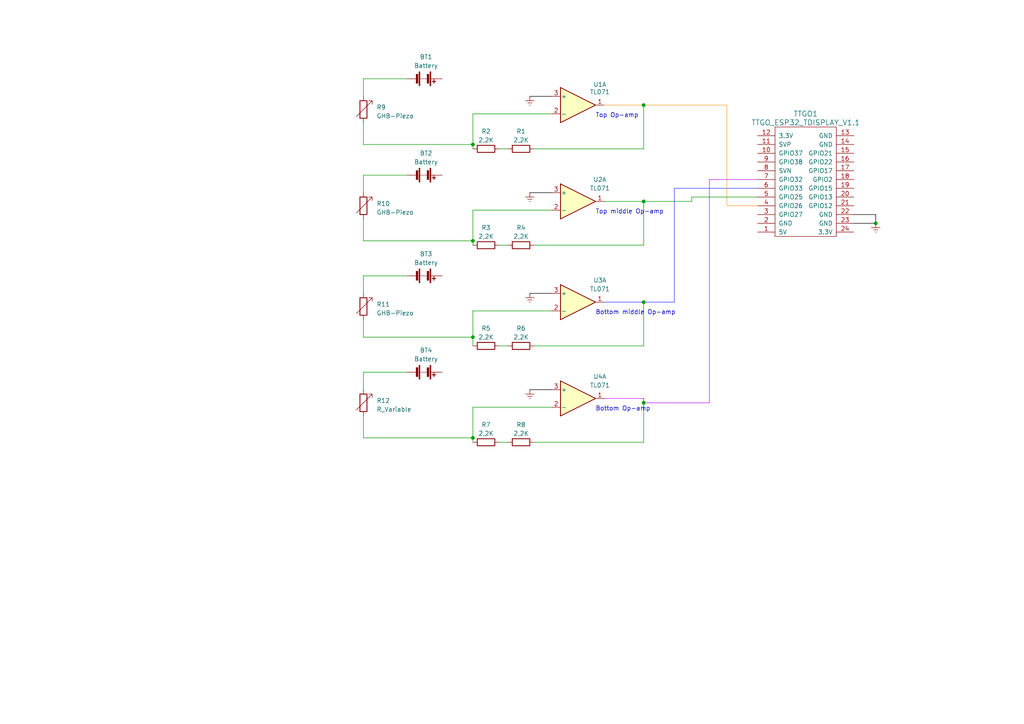
<source format=kicad_sch>
(kicad_sch (version 20230121) (generator eeschema)
  (paper "A4")
  (lib_symbols
    (symbol "Amplifier_Operational:TL074" (pin_names (offset 0.127))
      (property "Reference" "U" (at 0 5.08 0))
      (property "Value" "TL074" (at 0 -5.08 0))
      (symbol "TL074_1_1"
        (polyline (pts (xy -5.08 5.08) (xy 5.08 0) (xy -5.08 -5.08) (xy -5.08 5.08)) (stroke (width 0.254)) (fill (type background)))
        (pin output line (at 7.62 0 180) (length 2.54) (name "~") (number "1"))
        (pin input line (at -7.62 -2.54 0) (length 2.54) (name "-") (number "2"))
        (pin input line (at -7.62 2.54 0) (length 2.54) (name "+") (number "3"))
      )
      (symbol "TL074_2_1"
        (polyline (pts (xy -5.08 5.08) (xy 5.08 0) (xy -5.08 -5.08) (xy -5.08 5.08)) (stroke (width 0.254)) (fill (type background)))
        (pin input line (at -7.62 2.54 0) (length 2.54) (name "+") (number "5"))
        (pin input line (at -7.62 -2.54 0) (length 2.54) (name "-") (number "6"))
        (pin output line (at 7.62 0 180) (length 2.54) (name "~") (number "7"))
      )
      (symbol "TL074_3_1"
        (polyline (pts (xy -5.08 5.08) (xy 5.08 0) (xy -5.08 -5.08) (xy -5.08 5.08)) (stroke (width 0.254)) (fill (type background)))
        (pin input line (at -7.62 2.54 0) (length 2.54) (name "+") (number "10"))
        (pin output line (at 7.62 0 180) (length 2.54) (name "~") (number "8"))
        (pin input line (at -7.62 -2.54 0) (length 2.54) (name "-") (number "9"))
      )
      (symbol "TL074_4_1"
        (polyline (pts (xy -5.08 5.08) (xy 5.08 0) (xy -5.08 -5.08) (xy -5.08 5.08)) (stroke (width 0.254)) (fill (type background)))
        (pin input line (at -7.62 2.54 0) (length 2.54) (name "+") (number "12"))
        (pin input line (at -7.62 -2.54 0) (length 2.54) (name "-") (number "13"))
        (pin output line (at 7.62 0 180) (length 2.54) (name "~") (number "14"))
      )
      (symbol "TL074_5_1"
        (pin power_in line (at -2.54 -7.62 90) (length 3.81) (name "V-") (number "11"))
        (pin power_in line (at -2.54 7.62 270) (length 3.81) (name "V+") (number "4"))
      )
    )
    (symbol "Device:Battery" (pin_numbers hide) (pin_names (offset 0) hide)
      (property "Reference" "BT" (at 2.54 2.54 0))
      (property "Value" "Battery" (at 2.54 0 0))
      (symbol "Battery_0_1"
        (rectangle (start -2.032 -1.397) (end 2.032 -1.651) (fill (type outline)))
        (rectangle (start -2.032 1.778) (end 2.032 1.524) (fill (type outline)))
        (rectangle (start -1.3208 -1.9812) (end 1.27 -2.4892) (fill (type outline)))
        (rectangle (start -1.3208 1.1938) (end 1.27 0.6858) (fill (type outline)))
        (polyline (pts (xy 0 -1.524) (xy 0 -1.27)))
        (polyline (pts (xy 0 -1.016) (xy 0 -0.762)))
        (polyline (pts (xy 0 -0.508) (xy 0 -0.254)))
        (polyline (pts (xy 0 0) (xy 0 0.254)))
        (polyline (pts (xy 0 0.508) (xy 0 0.762)))
        (polyline (pts (xy 0 1.778) (xy 0 2.54)))
        (polyline (pts (xy 0.254 2.667) (xy 1.27 2.667)) (stroke (width 0.254)))
        (polyline (pts (xy 0.762 3.175) (xy 0.762 2.159)) (stroke (width 0.254)))
      )
      (symbol "Battery_1_1"
        (pin passive line (at 0 5.08 270) (length 2.54) (name "+") (number "1"))
        (pin passive line (at 0 -5.08 90) (length 2.54) (name "-") (number "2"))
      )
    )
    (symbol "Device:R" (pin_numbers hide) (pin_names (offset 0))
      (property "Reference" "R" (at 2.032 0 90))
      (property "Value" "R" (at 0 0 90))
      (symbol "R_0_1"
        (rectangle (start -1.016 -2.54) (end 1.016 2.54) (stroke (width 0.254)))
      )
      (symbol "R_1_1"
        (pin passive line (at 0 3.81 270) (length 1.27) (name "~") (number "1"))
        (pin passive line (at 0 -3.81 90) (length 1.27) (name "~") (number "2"))
      )
    )
    (symbol "Device:R_Variable" (pin_numbers hide) (pin_names (offset 0))
      (property "Reference" "R" (at 2.54 -2.54 90))
      (property "Value" "R_Variable" (at -2.54 -1.27 90))
      (symbol "R_Variable_0_1"
        (rectangle (start -1.016 -2.54) (end 1.016 2.54) (stroke (width 0.254)))
        (polyline (pts (xy 2.54 1.524) (xy 2.54 2.54) (xy 1.524 2.54) (xy 2.54 2.54) (xy -2.032 -2.032)))
      )
      (symbol "R_Variable_1_1"
        (pin passive line (at 0 3.81 270) (length 1.27) (name "~") (number "1"))
        (pin passive line (at 0 -3.81 90) (length 1.27) (name "~") (number "2"))
      )
    )
    (symbol "power:Earth" (power) (pin_names (offset 0))
      (symbol "Earth_0_1"
        (polyline (pts (xy -0.635 -1.905) (xy 0.635 -1.905)))
        (polyline (pts (xy -0.127 -2.54) (xy 0.127 -2.54)))
        (polyline (pts (xy 0 -1.27) (xy 0 0)))
        (polyline (pts (xy 1.27 -1.27) (xy -1.27 -1.27)))
      )
      (symbol "Earth_1_1"
        (pin power_in line (at 0 0 270) (length 0) hide (name "Earth") (number "1"))
      )
    )
    (symbol "ttgo_esp32:TTGO_ESP32_TDISPLAY_V1.1" (pin_names (offset 1.016))
      (property "Reference" "TTGO" (at 8.89 34.29 0))
      (property "Value" "TTGO_ESP32_TDISPLAY_V1.1" (at 8.89 -2.54 0))
      (symbol "TTGO_ESP32_TDISPLAY_V1.1_0_1"
        (rectangle (start 0 0) (end 17.78 31.75))
      )
      (symbol "TTGO_ESP32_TDISPLAY_V1.1_1_1"
        (pin unspecified line (at 22.86 1.27 180) (length 5.08) (name "5V") (number "1"))
        (pin unspecified line (at 22.86 24.13 180) (length 5.08) (name "GPIO37") (number "10"))
        (pin unspecified line (at 22.86 26.67 180) (length 5.08) (name "SVP") (number "11"))
        (pin unspecified line (at 22.86 29.21 180) (length 5.08) (name "3.3V") (number "12"))
        (pin unspecified line (at -5.08 29.21 0) (length 5.08) (name "GND") (number "13"))
        (pin unspecified line (at -5.08 26.67 0) (length 5.08) (name "GND") (number "14"))
        (pin unspecified line (at -5.08 24.13 0) (length 5.08) (name "GPIO21") (number "15"))
        (pin unspecified line (at -5.08 21.59 0) (length 5.08) (name "GPIO22") (number "16"))
        (pin unspecified line (at -5.08 19.05 0) (length 5.08) (name "GPIO17") (number "17"))
        (pin unspecified line (at -5.08 16.51 0) (length 5.08) (name "GPIO2") (number "18"))
        (pin unspecified line (at -5.08 13.97 0) (length 5.08) (name "GPIO15") (number "19"))
        (pin unspecified line (at 22.86 3.81 180) (length 5.08) (name "GND") (number "2"))
        (pin unspecified line (at -5.08 11.43 0) (length 5.08) (name "GPIO13") (number "20"))
        (pin unspecified line (at -5.08 8.89 0) (length 5.08) (name "GPIO12") (number "21"))
        (pin unspecified line (at -5.08 6.35 0) (length 5.08) (name "GND") (number "22"))
        (pin unspecified line (at -5.08 3.81 0) (length 5.08) (name "GND") (number "23"))
        (pin unspecified line (at -5.08 1.27 0) (length 5.08) (name "3.3V") (number "24"))
        (pin unspecified line (at 22.86 6.35 180) (length 5.08) (name "GPIO27") (number "3"))
        (pin unspecified line (at 22.86 8.89 180) (length 5.08) (name "GPIO26") (number "4"))
        (pin unspecified line (at 22.86 11.43 180) (length 5.08) (name "GPIO25") (number "5"))
        (pin unspecified line (at 22.86 13.97 180) (length 5.08) (name "GPIO33") (number "6"))
        (pin unspecified line (at 22.86 16.51 180) (length 5.08) (name "GPIO32") (number "7"))
        (pin unspecified line (at 22.86 19.05 180) (length 5.08) (name "SVN") (number "8"))
        (pin unspecified line (at 22.86 21.59 180) (length 5.08) (name "GPIO38") (number "9"))
      )
    )
  )
  (junction (at 254 64.77))
  (junction (at 137.16 127))
  (junction (at 137.16 41.91))
  (junction (at 186.69 87.63))
  (junction (at 186.69 30.48))
  (junction (at 137.16 69.85))
  (junction (at 186.69 116.84))
  (junction (at 186.69 58.42))
  (junction (at 137.16 97.79))
  (wire (pts (xy 105.41 113.03) (xy 105.41 107.95)))
  (wire (pts (xy 144.78 43.18) (xy 147.32 43.18)))
  (wire (pts (xy 153.67 55.88) (xy 160.02 55.88)) (stroke (width 0) (color 0 0 0 1)))
  (wire (pts (xy 186.69 71.12) (xy 186.69 58.42)))
  (wire (pts (xy 137.16 90.17) (xy 137.16 97.79)))
  (wire (pts (xy 137.16 60.96) (xy 137.16 69.85)))
  (wire (pts (xy 186.69 87.63) (xy 195.58 87.63)) (stroke (width 0) (color 32 53 255 1)))
  (wire (pts (xy 105.41 80.01) (xy 105.41 85.09)))
  (wire (pts (xy 200.66 57.15) (xy 219.71 57.15)))
  (wire (pts (xy 105.41 50.8) (xy 118.11 50.8)))
  (wire (pts (xy 205.74 52.07) (xy 205.74 116.84)) (stroke (width 0) (color 188 13 255 1)))
  (wire (pts (xy 144.78 71.12) (xy 147.32 71.12)))
  (wire (pts (xy 137.16 60.96) (xy 160.02 60.96)))
  (wire (pts (xy 175.26 58.42) (xy 186.69 58.42)))
  (wire (pts (xy 247.65 62.23) (xy 254 62.23)) (stroke (width 0) (color 0 0 0 1)))
  (wire (pts (xy 186.69 128.27) (xy 186.69 116.84)))
  (wire (pts (xy 137.16 90.17) (xy 160.02 90.17)))
  (wire (pts (xy 153.67 113.03) (xy 160.02 113.03)) (stroke (width 0) (color 0 0 0 1)))
  (wire (pts (xy 105.41 69.85) (xy 137.16 69.85)))
  (wire (pts (xy 137.16 127) (xy 137.16 128.27)))
  (wire (pts (xy 154.94 100.33) (xy 186.69 100.33)))
  (wire (pts (xy 210.82 30.48) (xy 210.82 59.69)) (stroke (width 0) (color 255 158 42 1)))
  (wire (pts (xy 105.41 27.94) (xy 105.41 22.86)))
  (wire (pts (xy 105.41 50.8) (xy 105.41 55.88)))
  (wire (pts (xy 186.69 100.33) (xy 186.69 87.63)))
  (wire (pts (xy 205.74 52.07) (xy 219.71 52.07)) (stroke (width 0) (color 188 13 255 1)))
  (wire (pts (xy 137.16 118.11) (xy 137.16 127)))
  (wire (pts (xy 153.67 85.09) (xy 160.02 85.09)) (stroke (width 0) (color 0 0 0 1)))
  (wire (pts (xy 105.41 127) (xy 137.16 127)))
  (wire (pts (xy 105.41 41.91) (xy 105.41 35.56)))
  (wire (pts (xy 186.69 116.84) (xy 186.69 115.57)))
  (wire (pts (xy 154.94 128.27) (xy 186.69 128.27)))
  (wire (pts (xy 105.41 69.85) (xy 105.41 63.5)))
  (wire (pts (xy 144.78 128.27) (xy 147.32 128.27)))
  (wire (pts (xy 137.16 33.02) (xy 160.02 33.02)))
  (wire (pts (xy 186.69 58.42) (xy 200.66 58.42)))
  (wire (pts (xy 105.41 22.86) (xy 118.11 22.86)))
  (wire (pts (xy 175.26 30.48) (xy 186.69 30.48)) (stroke (width 0) (color 255 158 42 1)))
  (wire (pts (xy 200.66 58.42) (xy 200.66 57.15)))
  (wire (pts (xy 154.94 43.18) (xy 186.69 43.18)))
  (wire (pts (xy 210.82 59.69) (xy 219.71 59.69)) (stroke (width 0) (color 255 158 42 1)))
  (wire (pts (xy 137.16 69.85) (xy 137.16 71.12)))
  (wire (pts (xy 195.58 54.61) (xy 195.58 87.63)) (stroke (width 0) (color 32 53 255 1)))
  (wire (pts (xy 195.58 54.61) (xy 219.71 54.61)) (stroke (width 0) (color 32 53 255 1)))
  (wire (pts (xy 254 62.23) (xy 254 64.77)) (stroke (width 0) (color 0 0 0 1)))
  (wire (pts (xy 154.94 71.12) (xy 186.69 71.12)))
  (wire (pts (xy 175.26 87.63) (xy 186.69 87.63)) (stroke (width 0) (color 32 53 255 1)))
  (wire (pts (xy 186.69 116.84) (xy 186.69 115.57)) (stroke (width 0) (color 188 13 255 1)))
  (wire (pts (xy 137.16 33.02) (xy 137.16 41.91)))
  (wire (pts (xy 137.16 41.91) (xy 137.16 43.18)))
  (wire (pts (xy 186.69 43.18) (xy 186.69 30.48)))
  (wire (pts (xy 137.16 118.11) (xy 160.02 118.11)))
  (wire (pts (xy 144.78 100.33) (xy 147.32 100.33)))
  (wire (pts (xy 137.16 97.79) (xy 137.16 100.33)))
  (wire (pts (xy 175.26 115.57) (xy 186.69 115.57)) (stroke (width 0) (color 188 13 255 1)))
  (wire (pts (xy 105.41 41.91) (xy 137.16 41.91)))
  (wire (pts (xy 186.69 30.48) (xy 210.82 30.48)) (stroke (width 0) (color 255 158 42 1)))
  (wire (pts (xy 105.41 80.01) (xy 118.11 80.01)))
  (wire (pts (xy 105.41 97.79) (xy 105.41 92.71)))
  (wire (pts (xy 153.67 27.94) (xy 160.02 27.94)) (stroke (width 0) (color 0 0 0 1)))
  (wire (pts (xy 186.69 116.84) (xy 205.74 116.84)) (stroke (width 0) (color 188 13 255 1)))
  (wire (pts (xy 105.41 127) (xy 105.41 120.65)))
  (wire (pts (xy 105.41 107.95) (xy 118.11 107.95)))
  (wire (pts (xy 247.65 64.77) (xy 254 64.77)) (stroke (width 0) (color 0 0 0 1)))
  (wire (pts (xy 105.41 97.79) (xy 137.16 97.79)))
  (text "Top middle Op-amp" (at 172.72 62.23 0) (effects (font (size 1.27 1.27)) (justify left bottom)))
  (text "Bottom middle Op-amp" (at 172.72 91.44 0) (effects (font (size 1.27 1.27)) (justify left bottom)))
  (text "Top Op-amp" (at 172.72 34.29 0) (effects (font (size 1.27 1.27)) (justify left bottom)))
  (text "Bottom Op-amp" (at 172.72 119.38 0) (effects (font (size 1.27 1.27)) (justify left bottom)))
  (symbol (lib_id "Amplifier_Operational:TL074") (at 167.64 30.48 0) (unit 1)
    (property "Reference" "U1" (at 173.99 24.5111 0))
    (property "Value" "TL071" (at 173.99 26.67 0))
    (property "Footprint" "Package_DIP:DIP-14_W7.62mm_LongPads" (effects hide))
    (property "Datasheet" "http://www.ti.com/lit/ds/symlink/tl071.pdf" (effects hide))
  )
  (symbol (lib_id "Device:R") (at 140.97 43.18 90) (unit 1)
    (property "Reference" "R2" (at 140.97 38.1 90))
    (property "Value" "2,2K" (at 140.97 40.64 90))
    (property "Footprint" "Resistor_THT:R_Box_L8.4mm_W2.5mm_P5.08mm" (effects hide))
  )
  (symbol (lib_id "Device:R") (at 140.97 100.33 90) (unit 1)
    (property "Reference" "R5" (at 140.97 95.25 90))
    (property "Value" "2,2K" (at 140.97 97.79 90))
    (property "Footprint" "Resistor_THT:R_Box_L8.4mm_W2.5mm_P5.08mm" (effects hide))
  )
  (symbol (lib_id "power:Earth") (at 153.67 113.03 0) (unit 1)
    (property "Reference" "#PWR09" (effects hide))
    (property "Value" "Earth" (effects hide))
  )
  (symbol (lib_id "Device:R_Variable") (at 105.41 116.84 0) (unit 1)
    (property "Reference" "R12" (at 109.22 116.205 0) (effects (justify left)))
    (property "Value" "R_Variable" (at 109.22 118.745 0) (effects (justify left)))
    (property "Footprint" "Resistor_THT:R_Box_L14.0mm_W5.0mm_P9.00mm" (effects hide))
  )
  (symbol (lib_id "Device:R") (at 151.13 100.33 90) (unit 1)
    (property "Reference" "R6" (at 151.13 95.25 90))
    (property "Value" "2,2K" (at 151.13 97.79 90))
    (property "Footprint" "Resistor_THT:R_Box_L8.4mm_W2.5mm_P5.08mm" (effects hide))
  )
  (symbol (lib_id "Amplifier_Operational:TL074") (at 167.64 115.57 0) (unit 1)
    (property "Reference" "U4" (at 173.99 109.22 0))
    (property "Value" "TL071" (at 173.99 111.76 0))
    (property "Footprint" "Package_DIP:DIP-14_W7.62mm_LongPads" (effects hide))
    (property "Datasheet" "http://www.ti.com/lit/ds/symlink/tl071.pdf" (effects hide))
  )
  (symbol (lib_id "Device:Battery") (at 123.19 80.01 270) (unit 1)
    (property "Reference" "BT3" (at 123.571 73.66 90))
    (property "Value" "Battery" (at 123.571 76.2 90))
    (property "Footprint" "Battery:BatteryHolder_Eagle_12BH611-GR" (effects hide))
  )
  (symbol (lib_id "Device:R_Variable") (at 105.41 88.9 0) (unit 1)
    (property "Reference" "R11" (at 109.22 88.265 0) (effects (justify left)))
    (property "Value" "GHB-Piezo" (at 109.22 90.805 0) (effects (justify left)))
    (property "Footprint" "Resistor_THT:R_Box_L14.0mm_W5.0mm_P9.00mm" (effects hide))
  )
  (symbol (lib_id "Device:Battery") (at 123.19 50.8 270) (unit 1)
    (property "Reference" "BT2" (at 123.571 44.45 90))
    (property "Value" "Battery" (at 123.571 46.99 90))
    (property "Footprint" "Battery:BatteryHolder_Eagle_12BH611-GR" (effects hide))
  )
  (symbol (lib_id "Device:R") (at 151.13 43.18 90) (unit 1)
    (property "Reference" "R1" (at 151.13 38.1 90))
    (property "Value" "2,2K" (at 151.13 40.64 90))
    (property "Footprint" "Resistor_THT:R_Box_L8.4mm_W2.5mm_P5.08mm" (effects hide))
  )
  (symbol (lib_id "Amplifier_Operational:TL074") (at 167.64 87.63 0) (unit 1)
    (property "Reference" "U3" (at 173.99 81.28 0))
    (property "Value" "TL071" (at 173.99 83.82 0))
    (property "Footprint" "Package_DIP:DIP-14_W7.62mm_LongPads" (effects hide))
    (property "Datasheet" "http://www.ti.com/lit/ds/symlink/tl071.pdf" (effects hide))
  )
  (symbol (lib_id "ttgo_esp32:TTGO_ESP32_TDISPLAY_V1.1") (at 242.57 68.58 0) (mirror y) (unit 1)
    (property "Reference" "TTGO1" (at 233.68 33.02 0) (effects (font (size 1.524 1.524))))
    (property "Value" "TTGO_ESP32_TDISPLAY_V1.1" (at 233.68 35.56 0) (effects (font (size 1.524 1.524))))
    (property "Footprint" "ttgo-tdisplay-kicad-master:TTGO_ESP32_TDisplay_v1.1" (effects hide))
  )
  (symbol (lib_id "Device:R_Variable") (at 105.41 59.69 0) (unit 1)
    (property "Reference" "R10" (at 109.22 59.055 0) (effects (justify left)))
    (property "Value" "GHB-Piezo" (at 109.22 61.595 0) (effects (justify left)))
    (property "Footprint" "Resistor_THT:R_Box_L14.0mm_W5.0mm_P9.00mm" (effects hide))
  )
  (symbol (lib_id "Device:R") (at 151.13 128.27 90) (unit 1)
    (property "Reference" "R8" (at 151.13 123.19 90))
    (property "Value" "2,2K" (at 151.13 125.73 90))
    (property "Footprint" "Resistor_THT:R_Box_L8.4mm_W2.5mm_P5.08mm" (effects hide))
  )
  (symbol (lib_id "Device:R") (at 140.97 71.12 90) (unit 1)
    (property "Reference" "R3" (at 140.97 66.04 90))
    (property "Value" "2,2K" (at 140.97 68.58 90))
    (property "Footprint" "Resistor_THT:R_Box_L8.4mm_W2.5mm_P5.08mm" (effects hide))
  )
  (symbol (lib_id "power:Earth") (at 153.67 27.94 0) (unit 1)
    (property "Reference" "#PWR06" (effects hide))
    (property "Value" "Earth" (effects hide))
  )
  (symbol (lib_id "power:Earth") (at 153.67 55.88 0) (unit 1)
    (property "Reference" "#PWR07" (effects hide))
    (property "Value" "Earth" (effects hide))
  )
  (symbol (lib_id "Device:R") (at 140.97 128.27 90) (unit 1)
    (property "Reference" "R7" (at 140.97 123.19 90))
    (property "Value" "2,2K" (at 140.97 125.73 90))
    (property "Footprint" "Resistor_THT:R_Box_L8.4mm_W2.5mm_P5.08mm" (effects hide))
  )
  (symbol (lib_id "power:Earth") (at 254 64.77 0) (unit 1)
    (property "Reference" "#PWR01" (effects hide))
    (property "Value" "Earth" (effects hide))
  )
  (symbol (lib_id "Device:Battery") (at 123.19 22.86 270) (unit 1)
    (property "Reference" "BT1" (at 123.571 16.51 90))
    (property "Value" "Battery" (at 123.571 19.05 90))
    (property "Footprint" "Battery:BatteryHolder_Eagle_12BH611-GR" (effects hide))
  )
  (symbol (lib_id "power:Earth") (at 153.67 85.09 0) (unit 1)
    (property "Reference" "#PWR08" (effects hide))
    (property "Value" "Earth" (effects hide))
  )
  (symbol (lib_id "Device:R") (at 151.13 71.12 90) (unit 1)
    (property "Reference" "R4" (at 151.13 66.04 90))
    (property "Value" "2,2K" (at 151.13 68.58 90))
    (property "Footprint" "Resistor_THT:R_Box_L8.4mm_W2.5mm_P5.08mm" (effects hide))
  )
  (symbol (lib_id "Device:R_Variable") (at 105.41 31.75 0) (unit 1)
    (property "Reference" "R9" (at 109.22 31.115 0) (effects (justify left)))
    (property "Value" "GHB-Piezo" (at 109.22 33.655 0) (effects (justify left)))
    (property "Footprint" "Resistor_THT:R_Box_L14.0mm_W5.0mm_P9.00mm" (effects hide))
  )
  (symbol (lib_id "Device:Battery") (at 123.19 107.95 270) (unit 1)
    (property "Reference" "BT4" (at 123.571 101.6 90))
    (property "Value" "Battery" (at 123.571 104.14 90))
    (property "Footprint" "Battery:BatteryHolder_Eagle_12BH611-GR" (effects hide))
  )
  (symbol (lib_id "Amplifier_Operational:TL074") (at 167.64 58.42 0) (unit 1)
    (property "Reference" "U2" (at 173.99 52.07 0))
    (property "Value" "TL071" (at 173.99 54.61 0))
    (property "Footprint" "Package_DIP:DIP-14_W7.62mm_LongPads" (effects hide))
    (property "Datasheet" "http://www.ti.com/lit/ds/symlink/tl071.pdf" (effects hide))
  )
)
</source>
